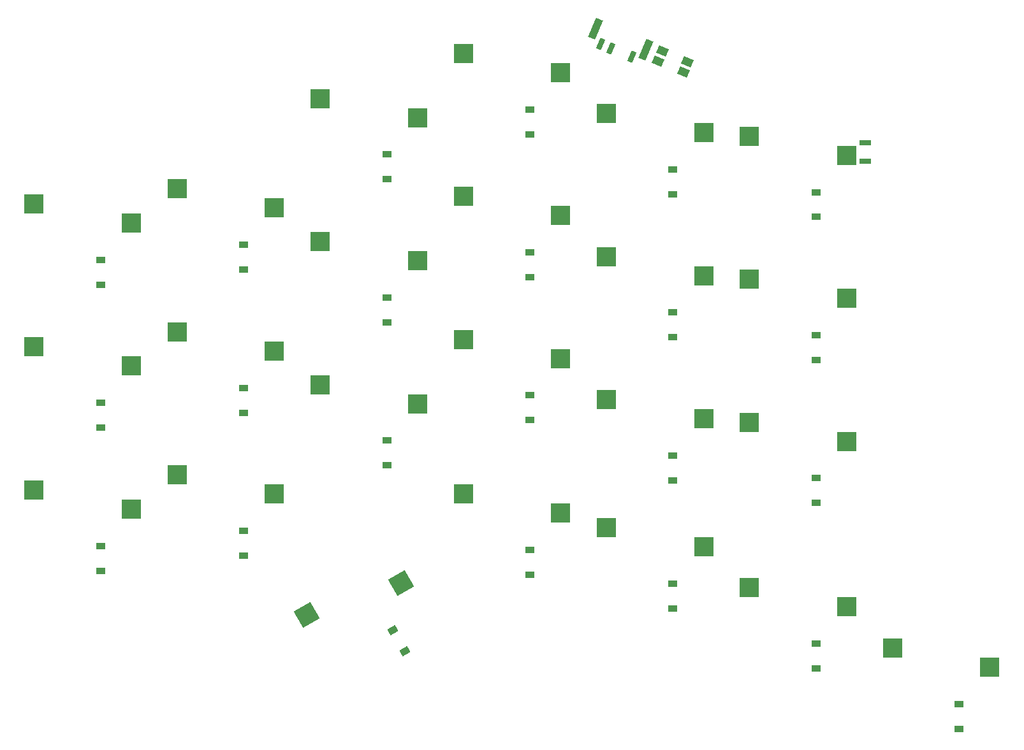
<source format=gbr>
%TF.GenerationSoftware,KiCad,Pcbnew,(6.0.9)*%
%TF.CreationDate,2023-04-16T18:35:51+02:00*%
%TF.ProjectId,iteMX_pcb,6974654d-585f-4706-9362-2e6b69636164,v1.0.0*%
%TF.SameCoordinates,Original*%
%TF.FileFunction,Paste,Top*%
%TF.FilePolarity,Positive*%
%FSLAX46Y46*%
G04 Gerber Fmt 4.6, Leading zero omitted, Abs format (unit mm)*
G04 Created by KiCad (PCBNEW (6.0.9)) date 2023-04-16 18:35:51*
%MOMM*%
%LPD*%
G01*
G04 APERTURE LIST*
G04 Aperture macros list*
%AMRotRect*
0 Rectangle, with rotation*
0 The origin of the aperture is its center*
0 $1 length*
0 $2 width*
0 $3 Rotation angle, in degrees counterclockwise*
0 Add horizontal line*
21,1,$1,$2,0,0,$3*%
G04 Aperture macros list end*
%ADD10R,2.550000X2.500000*%
%ADD11RotRect,1.000000X2.730000X337.200000*%
%ADD12RotRect,0.700000X1.500000X337.200000*%
%ADD13RotRect,0.900000X1.200000X120.000000*%
%ADD14R,1.200000X0.900000*%
%ADD15RotRect,1.050000X1.400000X67.200000*%
%ADD16RotRect,2.550000X2.500000X210.000000*%
%ADD17R,1.500000X0.800000*%
G04 APERTURE END LIST*
D10*
%TO.C,S3*%
X7085000Y40540000D03*
X-5842000Y43080000D03*
%TD*%
D11*
%TO.C,*%
X75436491Y63556113D03*
X68706890Y66384977D03*
D12*
X73520045Y62609826D03*
X70754455Y63772372D03*
X69371661Y64353646D03*
%TD*%
D10*
%TO.C,S2*%
X7085000Y21540000D03*
X-5842000Y24080000D03*
%TD*%
%TO.C,S1*%
X7085000Y2540000D03*
X-5842000Y5080000D03*
%TD*%
%TO.C,S8*%
X45085000Y35540000D03*
X32158000Y38080000D03*
%TD*%
D13*
%TO.C,D19*%
X43423076Y-16393044D03*
X43423076Y-16393044D03*
X41773076Y-13535160D03*
%TD*%
D10*
%TO.C,S22*%
X102085000Y-10460000D03*
X89158000Y-7920000D03*
%TD*%
%TO.C,S10*%
X64085000Y22540000D03*
X51158000Y25080000D03*
%TD*%
D14*
%TO.C,D18*%
X98000000Y41350000D03*
X98000000Y41350000D03*
X98000000Y44650000D03*
%TD*%
D10*
%TO.C,S5*%
X26085000Y23540000D03*
X13158000Y26080000D03*
%TD*%
D14*
%TO.C,D15*%
X79000000Y44350000D03*
X79000000Y44350000D03*
X79000000Y47650000D03*
%TD*%
%TO.C,D10*%
X60000000Y14350000D03*
X60000000Y14350000D03*
X60000000Y17650000D03*
%TD*%
%TO.C,D20*%
X60000000Y-6150000D03*
X60000000Y-6150000D03*
X60000000Y-2850000D03*
%TD*%
D10*
%TO.C,S4*%
X26085000Y4540000D03*
X13158000Y7080000D03*
%TD*%
%TO.C,S20*%
X64085000Y2040000D03*
X51158000Y4580000D03*
%TD*%
D14*
%TO.C,D3*%
X3000000Y32350000D03*
X3000000Y32350000D03*
X3000000Y35650000D03*
%TD*%
%TO.C,D1*%
X3000000Y-5650000D03*
X3000000Y-5650000D03*
X3000000Y-2350000D03*
%TD*%
%TO.C,D9*%
X41000000Y46350000D03*
X41000000Y46350000D03*
X41000000Y49650000D03*
%TD*%
D10*
%TO.C,S6*%
X26085000Y42540000D03*
X13158000Y45080000D03*
%TD*%
D14*
%TO.C,D8*%
X41000000Y27350000D03*
X41000000Y27350000D03*
X41000000Y30650000D03*
%TD*%
D10*
%TO.C,S14*%
X83085000Y33540000D03*
X70158000Y36080000D03*
%TD*%
%TO.C,S13*%
X83085000Y14540000D03*
X70158000Y17080000D03*
%TD*%
%TO.C,S15*%
X83085000Y52540000D03*
X70158000Y55080000D03*
%TD*%
%TO.C,S11*%
X64085000Y41540000D03*
X51158000Y44080000D03*
%TD*%
D14*
%TO.C,D13*%
X79000000Y6350000D03*
X79000000Y6350000D03*
X79000000Y9650000D03*
%TD*%
D15*
%TO.C,REF\u002A\u002A*%
X80940302Y61970823D03*
X77621595Y63365879D03*
X77059698Y62029177D03*
X80378405Y60634121D03*
%TD*%
D14*
%TO.C,D23*%
X117000000Y-26650000D03*
X117000000Y-26650000D03*
X117000000Y-23350000D03*
%TD*%
%TO.C,D5*%
X22000000Y15350000D03*
X22000000Y15350000D03*
X22000000Y18650000D03*
%TD*%
D10*
%TO.C,S21*%
X83085000Y-2460000D03*
X70158000Y80000D03*
%TD*%
D14*
%TO.C,D12*%
X60000000Y52350000D03*
X60000000Y52350000D03*
X60000000Y55650000D03*
%TD*%
D10*
%TO.C,S12*%
X64085000Y60540000D03*
X51158000Y63080000D03*
%TD*%
%TO.C,S16*%
X102085000Y11540000D03*
X89158000Y14080000D03*
%TD*%
D14*
%TO.C,D21*%
X79000000Y-10650000D03*
X79000000Y-10650000D03*
X79000000Y-7350000D03*
%TD*%
%TO.C,D17*%
X98000000Y22350000D03*
X98000000Y22350000D03*
X98000000Y25650000D03*
%TD*%
%TO.C,D16*%
X98000000Y3350000D03*
X98000000Y3350000D03*
X98000000Y6650000D03*
%TD*%
D10*
%TO.C,S18*%
X102085000Y49540000D03*
X89158000Y52080000D03*
%TD*%
D16*
%TO.C,S19*%
X42865790Y-7257795D03*
X30400680Y-11521591D03*
%TD*%
D14*
%TO.C,D11*%
X60000000Y33350000D03*
X60000000Y33350000D03*
X60000000Y36650000D03*
%TD*%
D10*
%TO.C,S7*%
X45085000Y16540000D03*
X32158000Y19080000D03*
%TD*%
D14*
%TO.C,D14*%
X79000000Y25350000D03*
X79000000Y25350000D03*
X79000000Y28650000D03*
%TD*%
%TO.C,D4*%
X22000000Y-3650000D03*
X22000000Y-3650000D03*
X22000000Y-350000D03*
%TD*%
D17*
%TO.C,D25*%
X104500000Y48800000D03*
X104500000Y51200000D03*
%TD*%
D14*
%TO.C,D7*%
X41000000Y8350000D03*
X41000000Y8350000D03*
X41000000Y11650000D03*
%TD*%
D10*
%TO.C,S9*%
X45085000Y54540000D03*
X32158000Y57080000D03*
%TD*%
D14*
%TO.C,D2*%
X3000000Y13350000D03*
X3000000Y13350000D03*
X3000000Y16650000D03*
%TD*%
%TO.C,D6*%
X22000000Y34350000D03*
X22000000Y34350000D03*
X22000000Y37650000D03*
%TD*%
D10*
%TO.C,S23*%
X121085000Y-18460000D03*
X108158000Y-15920000D03*
%TD*%
D14*
%TO.C,D22*%
X98000000Y-18650000D03*
X98000000Y-18650000D03*
X98000000Y-15350000D03*
%TD*%
D10*
%TO.C,S17*%
X102085000Y30540000D03*
X89158000Y33080000D03*
%TD*%
M02*

</source>
